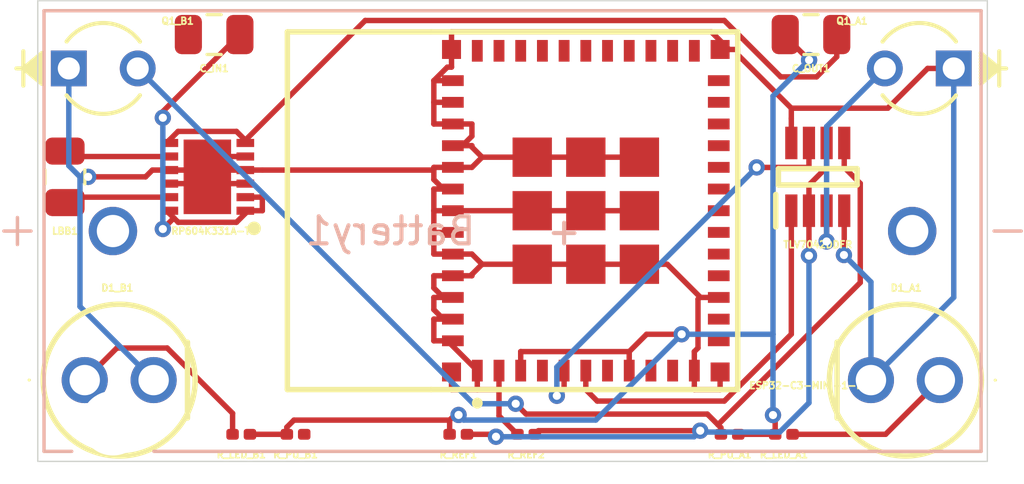
<source format=kicad_pcb>
(kicad_pcb (version 20240108) (generator "pcbnew") (generator_version "8.0")
  (layers (0 "F.Cu" signal) (31 "B.Cu" signal) (34 "B.Paste" user) (35 "F.Paste" user) (36 "B.SilkS" user "B.Silkscreen") (37 "F.SilkS" user "F.Silkscreen") (38 "B.Mask" user) (39 "F.Mask" user) (44 "Edge.Cuts" user))
  (net 0 "")
  (net 1 "Net-(Battery1-+)")
  (net 2 "Net-(Battery1--)")
  (net 3 "Net-(D1_A1-A)")
  (net 4 "Net-(D1_B1-A)")
  (net 5 "Net-(U1-AVIN)")
  (net 6 "Net-(U2-3V3)")
  (net 7 "Net-(U1-VFB)")
  (net 8 "Net-(U1-BULX)")
  (net 9 "Net-(U1-BOLX)")
  (net 10 "Net-(U3-INA+)")
  (net 11 "Net-(U3-INB+)")
  (net 12 "Net-(U3-INA-)")
  (net 32 "Net-(U2-IO3)")
  (net 34 "Net-(U2-IO2)")
  (footprint "Resistor_SMD:R_0201_0603Metric" (layer "F.Cu") (at 99.25 99)
    (property "Reference" "R_PU_B1" (at 0 0.75 0) (layer "F.SilkS") (effects (font (size 0.25 0.25) (thickness 0.0625))))
    (property "Value" "10k ohm" (hide yes))
    (pad "1" smd roundrect (at -0.32 0) (size 0.46 0.4) (layers "F.Cu" "F.Mask") (net 6 "Net-(U2-3V3)"))
    (pad "2" smd roundrect (at 0.32 0) (size 0.46 0.4) (layers "F.Cu" "F.Mask") (net 10 "Net-(U3-INA+)"))
  )
  (footprint "Resistor_SMD:R_0201_0603Metric" (layer "F.Cu") (at 115.25 99 180)
    (property "Reference" "R_PU_A1" (at 0 -0.75 0) (layer "F.SilkS") (effects (font (size 0.25 0.25) (thickness 0.0625))))
    (property "Value" "10k ohm" (hide yes))
    (pad "1" smd roundrect (at -0.32 0 180) (size 0.46 0.4) (layers "F.Cu" "F.Mask") (net 6 "Net-(U2-3V3)"))
    (pad "2" smd roundrect (at 0.32 0 180) (size 0.46 0.4) (layers "F.Cu" "F.Mask") (net 11 "Net-(U3-INB+)"))
  )
  (footprint "Capacitor_SMD:C_0805_2012Metric" (layer "F.Cu") (at 90.75 89.5 90)
    (property "Reference" "LBB1" (at -2 0 180) (layer "F.SilkS") (effects (font (size 0.25 0.25) (thickness 0.0625))))
    (property "Value" "2.2 uH" (hide yes))
    (fp_line (start -0.261252 -0.735) (end 0.261252 -0.735) (stroke (width 0.12)) (layer "F.SilkS"))
    (fp_line (start -0.261252 0.735) (end 0.261252 0.735) (stroke (width 0.12)) (layer "F.SilkS"))
    (pad "1" smd roundrect (at -0.95 0 90) (size 1 1.45) (layers "F.Cu" "F.Paste" "F.Mask") (net 8 "Net-(U1-BULX)"))
    (pad "2" smd roundrect (at 0.95 0 90) (size 1 1.45) (layers "F.Cu" "F.Paste" "F.Mask") (net 9 "Net-(U1-BOLX)"))
  )
  (footprint "TEPT4400:LED_TEPT4400_VIS" (layer "F.Cu") (at 123.512 85.5 180)
    (property "Reference" "Q1_A1" (at 3.75 1.75 0) (layer "F.SilkS") (effects (font (size 0.25 0.25) (thickness 0.0625))))
    (property "Value" "TEPT4400" (hide yes))
    (fp_line (start -0.99314 0) (end -1.9304 0) (stroke (width 0.1524)) (layer "F.SilkS"))
    (fp_line (start -1.6764 0) (end -0.99314 0.569383) (stroke (width 0.1524)) (layer "F.SilkS"))
    (fp_line (start -1.6764 0) (end -0.99314 0.455507) (stroke (width 0.1524)) (layer "F.SilkS"))
    (fp_line (start -1.6764 0) (end -0.99314 0.34163) (stroke (width 0.1524)) (layer "F.SilkS"))
    (fp_line (start -1.6764 0) (end -0.99314 0.227753) (stroke (width 0.1524)) (layer "F.SilkS"))
    (fp_line (start -1.6764 0) (end -0.99314 0.113877) (stroke (width 0.1524)) (layer "F.SilkS"))
    (fp_line (start -1.6764 0) (end -0.99314 -0.113877) (stroke (width 0.1524)) (layer "F.SilkS"))
    (fp_line (start -1.6764 0) (end -0.99314 -0.227753) (stroke (width 0.1524)) (layer "F.SilkS"))
    (fp_line (start -1.6764 0) (end -0.99314 -0.34163) (stroke (width 0.1524)) (layer "F.SilkS"))
    (fp_line (start -1.6764 0) (end -0.99314 -0.455507) (stroke (width 0.1524)) (layer "F.SilkS"))
    (fp_line (start -1.6764 0) (end -0.99314 -0.569383) (stroke (width 0.1524)) (layer "F.SilkS"))
    (fp_line (start -1.6764 -0.635) (end -1.6764 0.635) (stroke (width 0.1524)) (layer "F.SilkS"))
    (fp_arc (start 2.623106 0.989657) (mid 1.272159 1.676399) (end -0.080552 0.993139) (stroke (width 0.1524)) (layer "F.SilkS"))
    (fp_arc (start -0.080552 -0.99314) (mid 1.27216 -1.676399) (end 2.623106 -0.989657) (stroke (width 0.1524)) (layer "F.SilkS"))
    (pad "1" thru_hole rect (at 0 0 180) (size 1.3208 1.3208) (drill 0.8128) (layers "*.Cu" "*.Mask") (net 2 "Net-(Battery1--)"))
    (pad "2" thru_hole circle (at 2.54 0 180) (size 1.3208 1.3208) (drill 0.8128) (layers "*.Cu" "*.Mask") (net 10 "Net-(U3-INA+)"))
  )
  (footprint "Resistor_SMD:R_0201_0603Metric" (layer "F.Cu") (at 107.75 99)
    (property "Reference" "R_REF2" (at 0 0.75 0) (layer "F.SilkS") (effects (font (size 0.25 0.25) (thickness 0.0625))))
    (property "Value" "100k ohm" (hide yes))
    (pad "1" smd roundrect (at -0.32 0) (size 0.46 0.4) (layers "F.Cu" "F.Mask") (net 2 "Net-(Battery1--)"))
    (pad "2" smd roundrect (at 0.32 0) (size 0.46 0.4) (layers "F.Cu" "F.Mask") (net 12 "Net-(U3-INA-)"))
  )
  (footprint "ESP32-C3-MINI-1-N4:ESP32C3MINI1N4" (layer "F.Cu") (at 109.95 90.75 90)
    (property "Reference" "U2" (hide yes))
    (property "Value" "ESP32-C3-MINI-1-N4" (at -6.45 8.25 0) (layer "F.SilkS") (effects (font (size 0.25 0.25) (thickness 0.0625))))
    (fp_line (start 6.6 -11) (end 6.6 -5.7) (stroke (width 0.2)) (layer "F.SilkS"))
    (fp_line (start -6.6 -11) (end 6.6 -11) (stroke (width 0.2)) (layer "F.SilkS"))
    (fp_line (start -6.6 -5.7) (end -6.6 -11) (stroke (width 0.2)) (layer "F.SilkS"))
    (fp_line (start -6.6 -5.7) (end -6.6 5.6) (stroke (width 0.2)) (layer "F.SilkS"))
    (fp_line (start -7 -4) (end -7 -4) (stroke (width 0.2)) (layer "F.SilkS"))
    (fp_line (start -7.2 -4) (end -7.2 -4) (stroke (width 0.2)) (layer "F.SilkS"))
    (fp_line (start 6.6 5.6) (end 6.6 -5.7) (stroke (width 0.2)) (layer "F.SilkS"))
    (fp_line (start -6.6 5.6) (end 6.6 5.6) (stroke (width 0.2)) (layer "F.SilkS"))
    (fp_arc (start -7 -4) (mid -7.1 -3.9) (end -7.2 -4) (stroke (width 0.2)) (layer "F.SilkS"))
    (fp_arc (start -7.2 -4) (mid -7.1 -4.1) (end -7 -4) (stroke (width 0.2)) (layer "F.SilkS"))
    (pad "1" smd rect (at -5.9 -4 180) (size 0.4 0.8) (layers "F.Cu" "F.Paste" "F.Mask") (net 2 "Net-(Battery1--)"))
    (pad "2" smd rect (at -5.9 -3.2 180) (size 0.4 0.8) (layers "F.Cu" "F.Paste" "F.Mask") (net 2 "Net-(Battery1--)"))
    (pad "3" smd rect (at -5.9 -2.4 180) (size 0.4 0.8) (layers "F.Cu" "F.Paste" "F.Mask") (net 6 "Net-(U2-3V3)"))
    (pad "4" smd rect (at -5.9 -1.6 180) (size 0.4 0.8) (layers "F.Cu" "F.Paste" "F.Mask"))
    (pad "5" smd rect (at -5.9 -0.8 180) (size 0.4 0.8) (layers "F.Cu" "F.Paste" "F.Mask") (net 34 "Net-(U2-IO2)"))
    (pad "6" smd rect (at -5.9 0 180) (size 0.4 0.8) (layers "F.Cu" "F.Paste" "F.Mask") (net 32 "Net-(U2-IO3)"))
    (pad "7" smd rect (at -5.9 0.8 180) (size 0.4 0.8) (layers "F.Cu" "F.Paste" "F.Mask"))
    (pad "8" smd rect (at -5.9 1.6 180) (size 0.4 0.8) (layers "F.Cu" "F.Paste" "F.Mask") (net 6 "Net-(U2-3V3)"))
    (pad "9" smd rect (at -5.9 2.4 180) (size 0.4 0.8) (layers "F.Cu" "F.Paste" "F.Mask"))
    (pad "10" smd rect (at -5.9 3.2 180) (size 0.4 0.8) (layers "F.Cu" "F.Paste" "F.Mask"))
    (pad "11" smd rect (at -5.9 4 180) (size 0.4 0.8) (layers "F.Cu" "F.Paste" "F.Mask") (net 2 "Net-(Battery1--)"))
    (pad "12" smd rect (at -4.8 4.9 90) (size 0.4 0.8) (layers "F.Cu" "F.Paste" "F.Mask"))
    (pad "13" smd rect (at -4 4.9 90) (size 0.4 0.8) (layers "F.Cu" "F.Paste" "F.Mask"))
    (pad "14" smd rect (at -3.2 4.9 90) (size 0.4 0.8) (layers "F.Cu" "F.Paste" "F.Mask") (net 2 "Net-(Battery1--)"))
    (pad "15" smd rect (at -2.4 4.9 90) (size 0.4 0.8) (layers "F.Cu" "F.Paste" "F.Mask"))
    (pad "16" smd rect (at -1.6 4.9 90) (size 0.4 0.8) (layers "F.Cu" "F.Paste" "F.Mask"))
    (pad "17" smd rect (at -0.8 4.9 90) (size 0.4 0.8) (layers "F.Cu" "F.Paste" "F.Mask"))
    (pad "18" smd rect (at 0 4.9 90) (size 0.4 0.8) (layers "F.Cu" "F.Paste" "F.Mask"))
    (pad "19" smd rect (at 0.8 4.9 90) (size 0.4 0.8) (layers "F.Cu" "F.Paste" "F.Mask"))
    (pad "20" smd rect (at 1.6 4.9 90) (size 0.4 0.8) (layers "F.Cu" "F.Paste" "F.Mask"))
    (pad "21" smd rect (at 2.4 4.9 90) (size 0.4 0.8) (layers "F.Cu" "F.Paste" "F.Mask"))
    (pad "22" smd rect (at 3.2 4.9 90) (size 0.4 0.8) (layers "F.Cu" "F.Paste" "F.Mask"))
    (pad "23" smd rect (at 4 4.9 90) (size 0.4 0.8) (layers "F.Cu" "F.Paste" "F.Mask"))
    (pad "24" smd rect (at 4.8 4.9 90) (size 0.4 0.8) (layers "F.Cu" "F.Paste" "F.Mask"))
    (pad "25" smd rect (at 5.9 4 180) (size 0.4 0.8) (layers "F.Cu" "F.Paste" "F.Mask"))
    (pad "26" smd rect (at 5.9 3.2 180) (size 0.4 0.8) (layers "F.Cu" "F.Paste" "F.Mask"))
    (pad "27" smd rect (at 5.9 2.4 180) (size 0.4 0.8) (layers "F.Cu" "F.Paste" "F.Mask"))
    (pad "28" smd rect (at 5.9 1.6 180) (size 0.4 0.8) (layers "F.Cu" "F.Paste" "F.Mask"))
    (pad "29" smd rect (at 5.9 0.8 180) (size 0.4 0.8) (layers "F.Cu" "F.Paste" "F.Mask"))
    (pad "30" smd rect (at 5.9 0 180) (size 0.4 0.8) (layers "F.Cu" "F.Paste" "F.Mask"))
    (pad "31" smd rect (at 5.9 -0.8 180) (size 0.4 0.8) (layers "F.Cu" "F.Paste" "F.Mask"))
    (pad "32" smd rect (at 5.9 -1.6 180) (size 0.4 0.8) (layers "F.Cu" "F.Paste" "F.Mask"))
    (pad "33" smd rect (at 5.9 -2.4 180) (size 0.4 0.8) (layers "F.Cu" "F.Paste" "F.Mask"))
    (pad "34" smd rect (at 5.9 -3.2 180) (size 0.4 0.8) (layers "F.Cu" "F.Paste" "F.Mask"))
    (pad "35" smd rect (at 5.9 -4 180) (size 0.4 0.8) (layers "F.Cu" "F.Paste" "F.Mask"))
    (pad "36" smd rect (at 4.8 -4.9 90) (size 0.4 0.8) (layers "F.Cu" "F.Paste" "F.Mask") (net 2 "Net-(Battery1--)"))
    (pad "37" smd rect (at 4 -4.9 90) (size 0.4 0.8) (layers "F.Cu" "F.Paste" "F.Mask") (net 2 "Net-(Battery1--)"))
    (pad "38" smd rect (at 3.2 -4.9 90) (size 0.4 0.8) (layers "F.Cu" "F.Paste" "F.Mask") (net 2 "Net-(Battery1--)"))
    (pad "39" smd rect (at 2.4 -4.9 90) (size 0.4 0.8) (layers "F.Cu" "F.Paste" "F.Mask") (net 2 "Net-(Battery1--)"))
    (pad "40" smd rect (at 1.6 -4.9 90) (size 0.4 0.8) (layers "F.Cu" "F.Paste" "F.Mask") (net 2 "Net-(Battery1--)"))
    (pad "41" smd rect (at 0.8 -4.9 90) (size 0.4 0.8) (layers "F.Cu" "F.Paste" "F.Mask") (net 2 "Net-(Battery1--)"))
    (pad "42" smd rect (at 0 -4.9 90) (size 0.4 0.8) (layers "F.Cu" "F.Paste" "F.Mask") (net 2 "Net-(Battery1--)"))
    (pad "43" smd rect (at -0.8 -4.9 90) (size 0.4 0.8) (layers "F.Cu" "F.Paste" "F.Mask") (net 2 "Net-(Battery1--)"))
    (pad "44" smd rect (at -1.6 -4.9 90) (size 0.4 0.8) (layers "F.Cu" "F.Paste" "F.Mask") (net 2 "Net-(Battery1--)"))
    (pad "45" smd rect (at -2.4 -4.9 90) (size 0.4 0.8) (layers "F.Cu" "F.Paste" "F.Mask") (net 2 "Net-(Battery1--)"))
    (pad "46" smd rect (at -3.2 -4.9 90) (size 0.4 0.8) (layers "F.Cu" "F.Paste" "F.Mask") (net 2 "Net-(Battery1--)"))
    (pad "47" smd rect (at -4 -4.9 90) (size 0.4 0.8) (layers "F.Cu" "F.Paste" "F.Mask") (net 2 "Net-(Battery1--)"))
    (pad "48" smd rect (at -4.8 -4.9 90) (size 0.4 0.8) (layers "F.Cu" "F.Paste" "F.Mask") (net 2 "Net-(Battery1--)"))
    (pad "49" smd rect (at 0 0 90) (size 1.45 1.45) (layers "F.Cu" "F.Paste" "F.Mask") (net 2 "Net-(Battery1--)"))
    (pad "50" smd rect (at 1.975 -1.975 90) (size 1.45 1.45) (layers "F.Cu" "F.Paste" "F.Mask") (net 2 "Net-(Battery1--)"))
    (pad "51" smd rect (at 0 -1.975 90) (size 1.45 1.45) (layers "F.Cu" "F.Paste" "F.Mask") (net 2 "Net-(Battery1--)"))
    (pad "52" smd rect (at -1.975 -1.975 90) (size 1.45 1.45) (layers "F.Cu" "F.Paste" "F.Mask") (net 2 "Net-(Battery1--)"))
    (pad "53" smd rect (at -1.975 0 90) (size 1.45 1.45) (layers "F.Cu" "F.Paste" "F.Mask") (net 2 "Net-(Battery1--)"))
    (pad "54" smd rect (at -1.975 1.975 90) (size 1.45 1.45) (layers "F.Cu" "F.Paste" "F.Mask") (net 2 "Net-(Battery1--)"))
    (pad "55" smd rect (at 0 1.975 90) (size 1.45 1.45) (layers "F.Cu" "F.Paste" "F.Mask") (net 2 "Net-(Battery1--)"))
    (pad "56" smd rect (at 1.975 1.975 90) (size 1.45 1.45) (layers "F.Cu" "F.Paste" "F.Mask") (net 2 "Net-(Battery1--)"))
    (pad "57" smd rect (at 1.975 0 90) (size 1.45 1.45) (layers "F.Cu" "F.Paste" "F.Mask") (net 2 "Net-(Battery1--)"))
    (pad "58" smd rect (at -5.95 -4.95 90) (size 0.7 0.7) (layers "F.Cu" "F.Paste" "F.Mask") (net 2 "Net-(Battery1--)"))
    (pad "59" smd rect (at -5.95 4.95 90) (size 0.7 0.7) (layers "F.Cu" "F.Paste" "F.Mask") (net 2 "Net-(Battery1--)"))
    (pad "60" smd rect (at 5.95 4.95 90) (size 0.7 0.7) (layers "F.Cu" "F.Paste" "F.Mask") (net 2 "Net-(Battery1--)"))
    (pad "61" smd rect (at 5.95 -4.95 90) (size 0.7 0.7) (layers "F.Cu" "F.Paste" "F.Mask") (net 2 "Net-(Battery1--)"))
  )
  (footprint "RP604K331A-TR:SON50P270X300X60-13N" (layer "F.Cu") (at 96 89.5 180)
    (property "Reference" "U1" (hide yes))
    (property "Value" "RP604K331A-TR" (at -0.25 -2 0) (layer "F.SilkS") (effects (font (size 0.25 0.25) (thickness 0.0625))))
    (fp_circle (center -1.725 -1.9) (end -1.725 -1.775) (stroke (width 0.25)) (fill none) (layer "F.SilkS"))
    (pad "1" smd rect (at -1.4 -1.25 270) (size 0.3 0.65) (layers "F.Cu" "F.Paste" "F.Mask") (net 5 "Net-(U1-AVIN)"))
    (pad "2" smd rect (at -1.4 -0.75 270) (size 0.3 0.65) (layers "F.Cu" "F.Paste" "F.Mask") (net 5 "Net-(U1-AVIN)"))
    (pad "3" smd rect (at -1.4 -0.25 270) (size 0.3 0.65) (layers "F.Cu" "F.Paste" "F.Mask") (net 2 "Net-(Battery1--)"))
    (pad "4" smd rect (at -1.4 0.25 270) (size 0.3 0.65) (layers "F.Cu" "F.Paste" "F.Mask") (net 2 "Net-(Battery1--)"))
    (pad "5" smd rect (at -1.4 0.75 270) (size 0.3 0.65) (layers "F.Cu" "F.Paste" "F.Mask") (net 2 "Net-(Battery1--)"))
    (pad "6" smd rect (at -1.4 1.25 270) (size 0.3 0.65) (layers "F.Cu" "F.Paste" "F.Mask") (net 7 "Net-(U1-VFB)"))
    (pad "7" smd rect (at 1.4 1.25 270) (size 0.3 0.65) (layers "F.Cu" "F.Paste" "F.Mask") (net 7 "Net-(U1-VFB)"))
    (pad "8" smd rect (at 1.4 0.75 270) (size 0.3 0.65) (layers "F.Cu" "F.Paste" "F.Mask") (net 9 "Net-(U1-BOLX)"))
    (pad "9" smd rect (at 1.4 0.25 270) (size 0.3 0.65) (layers "F.Cu" "F.Paste" "F.Mask") (net 2 "Net-(Battery1--)"))
    (pad "10" smd rect (at 1.4 -0.25 270) (size 0.3 0.65) (layers "F.Cu" "F.Paste" "F.Mask") (net 2 "Net-(Battery1--)"))
    (pad "11" smd rect (at 1.4 -0.75 270) (size 0.3 0.65) (layers "F.Cu" "F.Paste" "F.Mask") (net 8 "Net-(U1-BULX)"))
    (pad "12" smd rect (at 1.4 -1.25 270) (size 0.3 0.65) (layers "F.Cu" "F.Paste" "F.Mask") (net 5 "Net-(U1-AVIN)"))
    (pad "13" smd rect (at 0 0 180) (size 1.75 2.75) (layers "F.Cu" "F.Paste" "F.Mask") (net 2 "Net-(Battery1--)"))
  )
  (footprint "TSAL6200:TSAL6200" (layer "F.Cu") (at 121.73 97 180)
    (property "Reference" "D1_A1" (at -0.03 3.4 0) (layer "F.SilkS") (effects (font (size 0.25 0.25) (thickness 0.0625))))
    (property "Value" "TSAL6200" (hide yes))
    (fp_line (start 2.8 0) (end 2.8 0) (stroke (width 0.2)) (layer "F.SilkS"))
    (fp_line (start 2.518 -1.4) (end 2.518 1.4) (stroke (width 0.2)) (layer "F.SilkS"))
    (fp_line (start -2.8 0) (end -2.8 0) (stroke (width 0.2)) (layer "F.SilkS"))
    (fp_line (start -3.285 -0.003) (end -3.285 -0.003) (stroke (width 0.058)) (layer "F.SilkS"))
    (fp_line (start -3.343 -0.003) (end -3.343 -0.003) (stroke (width 0.058)) (layer "F.SilkS"))
    (fp_arc (start 2.8 0) (mid 0 2.8) (end -2.8 0) (stroke (width 0.2)) (layer "F.SilkS"))
    (fp_arc (start -2.8 0) (mid 0 -2.8) (end 2.8 0) (stroke (width 0.2)) (layer "F.SilkS"))
    (fp_arc (start -3.285 -0.003) (mid -3.314 0.026) (end -3.343 -0.003) (stroke (width 0.058)) (layer "F.SilkS"))
    (fp_arc (start -3.343 -0.003) (mid -3.314 -0.032) (end -3.285 -0.003) (stroke (width 0.058)) (layer "F.SilkS"))
    (pad "1" thru_hole circle (at -1.27 0 180) (size 1.7 1.7) (drill 1.12) (layers "*.Cu" "*.Mask") (net 3 "Net-(D1_A1-A)"))
    (pad "2" thru_hole circle (at 1.27 0 180) (size 1.7 1.7) (drill 1.12) (layers "*.Cu" "*.Mask") (net 2 "Net-(Battery1--)"))
  )
  (footprint "Resistor_SMD:R_0201_0603Metric" (layer "F.Cu") (at 105.25 99 180)
    (property "Reference" "R_REF1" (at 0 -0.75 0) (layer "F.SilkS") (effects (font (size 0.25 0.25) (thickness 0.0625))))
    (property "Value" "100k ohm" (hide yes))
    (pad "1" smd roundrect (at -0.32 0 180) (size 0.46 0.4) (layers "F.Cu" "F.Mask") (net 12 "Net-(U3-INA-)"))
    (pad "2" smd roundrect (at 0.32 0 180) (size 0.46 0.4) (layers "F.Cu" "F.Mask") (net 6 "Net-(U2-3V3)"))
  )
  (footprint "Capacitor_SMD:C_0805_2012Metric" (layer "F.Cu") (at 118.25 84.25 180)
    (property "Reference" "C_OUT1" (at 0 -1.25 0) (layer "F.SilkS") (effects (font (size 0.25 0.25) (thickness 0.0625))))
    (property "Value" "10 uF" (hide yes))
    (fp_line (start -0.261252 0.735) (end 0.261252 0.735) (stroke (width 0.12)) (layer "F.SilkS"))
    (fp_line (start -0.261252 -0.735) (end 0.261252 -0.735) (stroke (width 0.12)) (layer "F.SilkS"))
    (pad "1" smd roundrect (at -0.95 0 180) (size 1 1.45) (layers "F.Cu" "F.Paste" "F.Mask") (net 7 "Net-(U1-VFB)"))
    (pad "2" smd roundrect (at 0.95 0 180) (size 1 1.45) (layers "F.Cu" "F.Paste" "F.Mask") (net 6 "Net-(U2-3V3)"))
  )
  (footprint "TSAL6200:TSAL6200" (layer "F.Cu") (at 92.75 97)
    (property "Reference" "D1_B1" (at -0.07 -3.4 0) (layer "F.SilkS") (effects (font (size 0.25 0.25) (thickness 0.0625))))
    (property "Value" "TSAL6200" (hide yes))
    (fp_line (start -3.343 -0.003) (end -3.343 -0.003) (stroke (width 0.058)) (layer "F.SilkS"))
    (fp_line (start -3.285 -0.003) (end -3.285 -0.003) (stroke (width 0.058)) (layer "F.SilkS"))
    (fp_line (start -2.8 0) (end -2.8 0) (stroke (width 0.2)) (layer "F.SilkS"))
    (fp_line (start 2.518 -1.4) (end 2.518 1.4) (stroke (width 0.2)) (layer "F.SilkS"))
    (fp_line (start 2.8 0) (end 2.8 0) (stroke (width 0.2)) (layer "F.SilkS"))
    (fp_arc (start -3.343 -0.003) (mid -3.314 -0.032) (end -3.285 -0.003) (stroke (width 0.058)) (layer "F.SilkS"))
    (fp_arc (start -3.285 -0.003) (mid -3.314 0.026) (end -3.343 -0.003) (stroke (width 0.058)) (layer "F.SilkS"))
    (fp_arc (start -2.8 0) (mid 0 -2.8) (end 2.8 0) (stroke (width 0.2)) (layer "F.SilkS"))
    (fp_arc (start 2.8 0) (mid 0 2.8) (end -2.8 0) (stroke (width 0.2)) (layer "F.SilkS"))
    (pad "1" thru_hole circle (at -1.27 0) (size 1.7 1.7) (drill 1.12) (layers "*.Cu" "*.Mask") (net 4 "Net-(D1_B1-A)"))
    (pad "2" thru_hole circle (at 1.27 0) (size 1.7 1.7) (drill 1.12) (layers "*.Cu" "*.Mask") (net 2 "Net-(Battery1--)"))
  )
  (footprint "TLV7042DDFR:SOT65P280X110-8N" (layer "F.Cu") (at 118.5 89.5 90)
    (property "Reference" "U3" (hide yes))
    (property "Value" "TLV7042DDFR" (at -2.5 0 180) (layer "F.SilkS") (effects (font (size 0.25 0.25) (thickness 0.0625))))
    (fp_line (start -1.85 -1.55) (end -0.65 -1.55) (stroke (width 0.2)) (layer "F.SilkS"))
    (fp_line (start 0.3 -1.45) (end 0.3 1.45) (stroke (width 0.2)) (layer "F.SilkS"))
    (fp_line (start -0.3 -1.45) (end 0.3 -1.45) (stroke (width 0.2)) (layer "F.SilkS"))
    (fp_line (start 0.3 1.45) (end -0.3 1.45) (stroke (width 0.2)) (layer "F.SilkS"))
    (fp_line (start -0.3 1.45) (end -0.3 -1.45) (stroke (width 0.2)) (layer "F.SilkS"))
    (pad "1" smd rect (at -1.25 -0.975 180) (size 0.45 1.2) (layers "F.Cu" "F.Paste" "F.Mask") (net 32 "Net-(U2-IO3)"))
    (pad "2" smd rect (at -1.25 -0.325 180) (size 0.45 1.2) (layers "F.Cu" "F.Paste" "F.Mask") (net 12 "Net-(U3-INA-)"))
    (pad "3" smd rect (at -1.25 0.325 180) (size 0.45 1.2) (layers "F.Cu" "F.Paste" "F.Mask") (net 10 "Net-(U3-INA+)"))
    (pad "4" smd rect (at -1.25 0.975 180) (size 0.45 1.2) (layers "F.Cu" "F.Paste" "F.Mask") (net 2 "Net-(Battery1--)"))
    (pad "5" smd rect (at 1.25 0.975 180) (size 0.45 1.2) (layers "F.Cu" "F.Paste" "F.Mask") (net 11 "Net-(U3-INB+)"))
    (pad "6" smd rect (at 1.25 0.325 180) (size 0.45 1.2) (layers "F.Cu" "F.Paste" "F.Mask") (net 12 "Net-(U3-INA-)"))
    (pad "7" smd rect (at 1.25 -0.325 180) (size 0.45 1.2) (layers "F.Cu" "F.Paste" "F.Mask") (net 34 "Net-(U2-IO2)"))
    (pad "8" smd rect (at 1.25 -0.975 180) (size 0.45 1.2) (layers "F.Cu" "F.Paste" "F.Mask") (net 2 "Net-(Battery1--)"))
  )
  (footprint "Resistor_SMD:R_0201_0603Metric" (layer "F.Cu") (at 97.25 99 180)
    (property "Reference" "R_LED_B1" (at 0 -0.75 0) (layer "F.SilkS") (effects (font (size 0.25 0.25) (thickness 0.0625))))
    (property "Value" "330 ohm" (hide yes))
    (pad "1" smd roundrect (at -0.32 0 180) (size 0.46 0.4) (layers "F.Cu" "F.Mask") (net 6 "Net-(U2-3V3)"))
    (pad "2" smd roundrect (at 0.32 0 180) (size 0.46 0.4) (layers "F.Cu" "F.Mask") (net 4 "Net-(D1_B1-A)"))
  )
  (footprint "Capacitor_SMD:C_0805_2012Metric" (layer "F.Cu") (at 96.25 84.25)
    (property "Reference" "C_IN1" (at 0 1.25 0) (layer "F.SilkS") (effects (font (size 0.25 0.25) (thickness 0.0625))))
    (property "Value" "10 uF" (hide yes))
    (fp_line (start -0.261252 -0.735) (end 0.261252 -0.735) (stroke (width 0.12)) (layer "F.SilkS"))
    (fp_line (start -0.261252 0.735) (end 0.261252 0.735) (stroke (width 0.12)) (layer "F.SilkS"))
    (pad "1" smd roundrect (at -0.95 0) (size 1 1.45) (layers "F.Cu" "F.Paste" "F.Mask") (net 1 "Net-(Battery1-+)"))
    (pad "2" smd roundrect (at 0.95 0) (size 1 1.45) (layers "F.Cu" "F.Paste" "F.Mask") (net 5 "Net-(U1-AVIN)"))
  )
  (footprint "TEPT4400:LED_TEPT4400_VIS" (layer "F.Cu") (at 90.893 85.5)
    (property "Reference" "Q1_B1" (at 4.012 -1.75 0) (layer "F.SilkS") (effects (font (size 0.25 0.25) (thickness 0.0625))))
    (property "Value" "TEPT4400" (hide yes))
    (fp_line (start -1.6764 -0.635) (end -1.6764 0.635) (stroke (width 0.1524)) (layer "F.SilkS"))
    (fp_line (start -1.6764 0) (end -0.99314 -0.569383) (stroke (width 0.1524)) (layer "F.SilkS"))
    (fp_line (start -1.6764 0) (end -0.99314 -0.455507) (stroke (width 0.1524)) (layer "F.SilkS"))
    (fp_line (start -1.6764 0) (end -0.99314 -0.34163) (stroke (width 0.1524)) (layer "F.SilkS"))
    (fp_line (start -1.6764 0) (end -0.99314 -0.227753) (stroke (width 0.1524)) (layer "F.SilkS"))
    (fp_line (start -1.6764 0) (end -0.99314 -0.113877) (stroke (width 0.1524)) (layer "F.SilkS"))
    (fp_line (start -1.6764 0) (end -0.99314 0.113877) (stroke (width 0.1524)) (layer "F.SilkS"))
    (fp_line (start -1.6764 0) (end -0.99314 0.227753) (stroke (width 0.1524)) (layer "F.SilkS"))
    (fp_line (start -1.6764 0) (end -0.99314 0.34163) (stroke (width 0.1524)) (layer "F.SilkS"))
    (fp_line (start -1.6764 0) (end -0.99314 0.455507) (stroke (width 0.1524)) (layer "F.SilkS"))
    (fp_line (start -1.6764 0) (end -0.99314 0.569383) (stroke (width 0.1524)) (layer "F.SilkS"))
    (fp_line (start -0.99314 0) (end -1.9304 0) (stroke (width 0.1524)) (layer "F.SilkS"))
    (fp_arc (start -0.080552 -0.99314) (mid 1.27216 -1.676399) (end 2.623106 -0.989657) (stroke (width 0.1524)) (layer "F.SilkS"))
    (fp_arc (start 2.623106 0.989657) (mid 1.272159 1.676399) (end -0.080552 0.993139) (stroke (width 0.1524)) (layer "F.SilkS"))
    (pad "1" thru_hole rect (at 0 0) (size 1.3208 1.3208) (drill 0.8128) (layers "*.Cu" "*.Mask") (net 2 "Net-(Battery1--)"))
    (pad "2" thru_hole circle (at 2.54 0) (size 1.3208 1.3208) (drill 0.8128) (layers "*.Cu" "*.Mask") (net 11 "Net-(U3-INB+)"))
  )
  (footprint "Resistor_SMD:R_0201_0603Metric" (layer "F.Cu") (at 117.25 99)
    (property "Reference" "R_LED_A1" (at 0 0.75 0) (layer "F.SilkS") (effects (font (size 0.25 0.25) (thickness 0.0625))))
    (property "Value" "330 ohm" (hide yes))
    (pad "1" smd roundrect (at -0.32 0) (size 0.46 0.4) (layers "F.Cu" "F.Mask") (net 6 "Net-(U2-3V3)"))
    (pad "2" smd roundrect (at 0.32 0) (size 0.46 0.4) (layers "F.Cu" "F.Mask") (net 3 "Net-(D1_A1-A)"))
  )
  (footprint "108:BAT_108" (layer "B.Cu") (at 107.25 91.5)
    (property "Reference" "Battery1" (at -4.5 0 180) (layer "B.SilkS") (effects (justify mirror)))
    (property "Value" "3.7 V nominal, 350 mAh" (hide yes))
    (fp_line (start -18.25 -0.5) (end -18.25 0.5) (stroke (width 0.127)) (layer "B.SilkS"))
    (fp_line (start -17.75 0) (end -18.75 0) (stroke (width 0.127)) (layer "B.SilkS"))
    (fp_line (start -17.27 -8.13) (end 17.27 -8.13) (stroke (width 0.127)) (layer "B.SilkS"))
    (fp_line (start -17.27 8.13) (end -17.27 -8.13) (stroke (width 0.127)) (layer "B.SilkS"))
    (fp_line (start -16.25 8.13) (end -17.27 8.13) (stroke (width 0.127)) (layer "B.SilkS"))
    (fp_line (start 17.27 -8.13) (end 17.27 8.13) (stroke (width 0.127)) (layer "B.SilkS"))
    (fp_line (start 17.27 8.13) (end -13.22 8.13) (stroke (width 0.127)) (layer "B.SilkS"))
    (fp_line (start 18.75 0) (end 17.75 0) (stroke (width 0.127)) (layer "B.SilkS"))
    (fp_text user "+" (at 1.9 0 0) (layer "B.SilkS") (effects (justify mirror)))
    (pad "" np_thru_hole circle (at -14.73 7.09) (size 2.38 2.38) (drill 2.38) (layers "*.Cu" "*.Mask"))
    (pad "N" thru_hole circle (at 14.73 0) (size 1.785 1.785) (drill 1.19) (layers "*.Cu" "*.Mask"))
    (pad "P" thru_hole circle (at -14.73 0) (size 1.785 1.785) (drill 1.19) (layers "*.Cu" "*.Mask"))
  )
  (gr_rect (start 89.75 83) (end 124.75 100) (stroke (width 0.05)) (fill none) (layer "Edge.Cuts"))
  (segment (start 104.3483 95.55) (end 104.3483 94.75) (width 0.2) (layer "F.Cu") (net 2))
  (segment (start 105.05 89.95) (end 104.6992 89.95) (width 0.2) (layer "F.Cu") (net 2))
  (segment (start 105.4009 88.35) (end 105.7517 88.35) (width 0.2) (layer "F.Cu") (net 2))
  (segment (start 114.9 96.7) (end 114.9 97.3517) (width 0.2) (layer "F.Cu") (net 2))
  (segment (start 105 85.4517) (end 104.8466 85.4517) (width 0.2) (layer "F.Cu") (net 2))
  (segment (start 105.05 89.15) (end 104.3483 89.15) (width 0.2) (layer "F.Cu") (net 2))
  (segment (start 105.05 92.35) (end 104.3483 92.35) (width 0.2) (layer "F.Cu") (net 2))
  (segment (start 104.6992 89.95) (end 104.3483 89.5991) (width 0.2) (layer "F.Cu") (net 2))
  (segment (start 107.975 92.725) (end 106.1267 92.725) (width 0.2) (layer "F.Cu") (net 2))
  (segment (start 106.1267 88.775) (end 105.7517 89.15) (width 0.2) (layer "F.Cu") (net 2))
  (segment (start 104.6992 93.95) (end 104.3483 93.5991) (width 0.2) (layer "F.Cu") (net 2))
  (segment (start 117.525 86.9668) (end 117.525 87.3483) (width 0.2) (layer "F.Cu") (net 2))
  (segment (start 97.4 89.75) (end 96.7733 89.75) (width 0.2) (layer "F.Cu") (net 2))
  (segment (start 117.525 87.7991) (end 117.525 88.25) (width 0.2) (layer "F.Cu") (net 2))
  (segment (start 111.925 92.725) (end 109.95 92.725) (width 0.2) (layer "F.Cu") (net 2))
  (segment (start 105.7517 93.1) (end 106.1267 92.725) (width 0.2) (layer "F.Cu") (net 2))
  (segment (start 96.5233 89.5) (end 96.7733 89.25) (width 0.2) (layer "F.Cu") (net 2))
  (segment (start 105.05 91.55) (end 104.3483 91.55) (width 0.2) (layer "F.Cu") (net 2))
  (segment (start 95.75 89.75) (end 96 89.5) (width 0.2) (layer "F.Cu") (net 2))
  (segment (start 111.925 88.775) (end 109.95 88.775) (width 0.2) (layer "F.Cu") (net 2))
  (segment (start 104.6992 95.55) (end 104.85 95.55) (width 0.2) (layer "F.Cu") (net 2))
  (segment (start 105.95 96.65) (end 105.95 97.3517) (width 0.2) (layer "F.Cu") (net 2))
  (segment (start 105.05 93.95) (end 104.6992 93.95) (width 0.2) (layer "F.Cu") (net 2))
  (segment (start 104.3483 86.75) (end 104.3483 85.95) (width 0.2) (layer "F.Cu") (net 2))
  (segment (start 105.05 93.15) (end 104.3483 93.15) (width 0.2) (layer "F.Cu") (net 2))
  (segment (start 105.95 97.3517) (end 106.75 97.3517) (width 0.2) (layer "F.Cu") (net 2))
  (segment (start 114.1483 93.95) (end 114.1483 93.9216) (width 0.2) (layer "F.Cu") (net 2))
  (segment (start 96.2617 89.5) (end 96.5233 89.5) (width 0.2) (layer "F.Cu") (net 2))
  (segment (start 105.7517 87.9992) (end 105.7517 87.55) (width 0.2) (layer "F.Cu") (net 2))
  (segment (start 105.7517 88.4) (end 105.7517 88.35) (width 0.2) (layer "F.Cu") (net 2))
  (segment (start 94.6 89.75) (end 95.75 89.75) (width 0.2) (layer "F.Cu") (net 2))
  (segment (start 117.525 87.7991) (end 117.525 87.3483) (width 0.2) (layer "F.Cu") (net 2))
  (segment (start 97.3797 89.25) (end 97.3593 89.25) (width 0.2) (layer "F.Cu") (net 2))
  (segment (start 106.75 97.3517) (end 106.75 98.32) (width 0.2) (layer "F.Cu") (net 2))
  (segment (start 104.85 95.55) (end 105.95 96.65) (width 0.2) (layer "F.Cu") (net 2))
  (segment (start 114.1483 93.9216) (end 112.9517 92.725) (width 0.2) (layer "F.Cu") (net 2))
  (segment (start 105.05 86.75) (end 104.3483 86.75) (width 0.2) (layer "F.Cu") (net 2))
  (segment (start 106.75 96.65) (end 106.75 97.3517) (width 0.2) (layer "F.Cu") (net 2))
  (segment (start 104.3483 93.5991) (end 104.3483 93.15) (width 0.2) (layer "F.Cu") (net 2))
  (segment (start 104.3483 91.55) (end 104.3483 90.75) (width 0.2) (layer "F.Cu") (net 2))
  (segment (start 94.6 89.25) (end 93.9733 89.25) (width 0.2) (layer "F.Cu") (net 2))
  (segment (start 98.0267 89.25) (end 104.3483 89.25) (width 0.2) (layer "F.Cu") (net 2))
  (segment (start 93.9733 89.25) (end 93.7233 89.5) (width 0.2) (layer "F.Cu") (net 2))
  (segment (start 105 84.8) (end 105 85.4517) (width 0.2) (layer "F.Cu") (net 2))
  (segment (start 105.05 87.55) (end 104.3483 87.55) (width 0.2) (layer "F.Cu") (net 2))
  (segment (start 107.975 88.775) (end 106.1267 88.775) (width 0.2) (layer "F.Cu") (net 2))
  (segment (start 104.3483 94.3991) (end 104.3483 93.95) (width 0.2) (layer "F.Cu") (net 2))
  (segment (start 113.95 97.3502) (end 113.95 97.3517) (width 0.2) (layer "F.Cu") (net 2))
  (segment (start 114.2492 93.95) (end 114.1498 93.95) (width 0.2) (layer "F.Cu") (net 2))
  (segment (start 114.1498 93.95) (end 114.1483 93.95) (width 0.2) (layer "F.Cu") (net 2))
  (segment (start 105.05 88.35) (end 105.4009 88.35) (width 0.2) (layer "F.Cu") (net 2))
  (segment (start 114.5742 84.1483) (end 105 84.1483) (width 0.2) (layer "F.Cu") (net 2))
  (segment (start 104.6992 95.55) (end 104.3483 95.55) (width 0.2) (layer "F.Cu") (net 2))
  (segment (start 114.9 84.8) (end 115.2259 84.8) (width 0.2) (layer "F.Cu") (net 2))
  (segment (start 115.5517 84.9935) (end 115.5517 84.8) (width 0.2) (layer "F.Cu") (net 2))
  (segment (start 105.05 85.95) (end 104.3483 85.95) (width 0.2) (layer "F.Cu") (net 2))
  (segment (start 96.7733 88.75) (end 96.7733 89.0313) (width 0.2) (layer "F.Cu") (net 2))
  (segment (start 106.1267 92.725) (end 105.7517 92.35) (width 0.2) (layer "F.Cu") (net 2))
  (segment (start 104.3483 92.35) (end 104.3483 91.55) (width 0.2) (layer "F.Cu") (net 2))
  (segment (start 104.3483 90.75) (end 104.3483 89.95) (width 0.2) (layer "F.Cu") (net 2))
  (segment (start 104.3483 89.5991) (end 104.3483 89.25) (width 0.2) (layer "F.Cu") (net 2))
  (segment (start 114.9 97.3517) (end 113.95 97.3517) (width 0.2) (layer "F.Cu") (net 2))
  (segment (start 97.4 89.25) (end 98.0267 89.25) (width 0.2) (layer "F.Cu") (net 2))
  (segment (start 122.5499 85.5) (end 121.0831 86.9668) (width 0.2) (layer "F.Cu") (net 2))
  (segment (start 115.2259 84.8) (end 114.5742 84.1483) (width 0.2) (layer "F.Cu") (net 2))
  (segment (start 104.6992 94.75) (end 104.3483 94.75) (width 0.2) (layer "F.Cu") (net 2))
  (segment (start 106.75 98.32) (end 107.43 99) (width 0.2) (layer "F.Cu") (net 2))
  (segment (start 96 89.5) (end 96.2617 89.5) (width 0.2) (layer "F.Cu") (net 2))
  (segment (start 105.05 89.15) (end 105.7517 89.15) (width 0.2) (layer "F.Cu") (net 2))
  (segment (start 109.95 92.725) (end 107.975 92.725) (width 0.2) (layer "F.Cu") (net 2))
  (segment (start 105.7517 93.15) (end 105.7517 93.1) (width 0.2) (layer "F.Cu") (net 2))
  (segment (start 109.95 90.75) (end 107.975 90.75) (width 0.2) (layer "F.Cu") (net 2))
  (segment (start 105.05 93.15) (end 105.7517 93.15) (width 0.2) (layer "F.Cu") (net 2))
  (segment (start 117.525 86.9668) (end 115.5517 84.9935) (width 0.2) (layer "F.Cu") (net 2))
  (segment (start 123.512 85.5) (end 122.5499 85.5) (width 0.2) (layer "F.Cu") (net 2))
  (segment (start 121.0831 86.9668) (end 117.525 86.9668) (width 0.2) (layer "F.Cu") (net 2))
  (segment (start 105.05 95.55) (end 104.85 95.55) (width 0.2) (layer "F.Cu") (net 2))
  (segment (start 107.975 90.75) (end 105.05 90.75) (width 0.2) (layer "F.Cu") (net 2))
  (segment (start 93.7233 89.5) (end 91.6062 89.5) (width 0.2) (layer "F.Cu") (net 2))
  (segment (start 104.6992 93.95) (end 104.3483 93.95) (width 0.2) (layer "F.Cu") (net 2))
  (segment (start 114.85 93.95) (end 114.2492 93.95) (width 0.2) (layer "F.Cu") (net 2))
  (segment (start 119.475 92.374) (end 119.4643 92.3847) (width 0.2) (layer "F.Cu") (net 2))
  (segment (start 95.75 89.25) (end 96 89.5) (width 0.2) (layer "F.Cu") (net 2))
  (segment (start 96.992 89.25) (end 96.7733 89.25) (width 0.2) (layer "F.Cu") (net 2))
  (segment (start 106.1267 88.775) (end 105.7517 88.4) (width 0.2) (layer "F.Cu") (net 2))
  (segment (start 105.05 94.75) (end 104.6992 94.75) (width 0.2) (layer "F.Cu") (net 2))
  (segment (start 113.95 97.2508) (end 113.95 97.3502) (width 0.2) (layer "F.Cu") (net 2))
  (segment (start 105.05 87.55) (end 105.7517 87.55) (width 0.2) (layer "F.Cu") (net 2))
  (segment (start 97.4 88.75) (end 96.7733 88.75) (width 0.2) (layer "F.Cu") (net 2))
  (segment (start 96.7733 89.0313) (end 96.992 89.25) (width 0.2) (layer "F.Cu") (net 2))
  (segment (start 96.5233 89.5) (end 96.7733 89.75) (width 0.2) (layer "F.Cu") (net 2))
  (segment (start 105 96.7) (end 105 97.3517) (width 0.2) (layer "F.Cu") (net 2))
  (segment (start 115.2259 84.8) (end 115.5517 84.8) (width 0.2) (layer "F.Cu") (net 2))
  (segment (start 114.0853 95.813) (end 114.0853 94.0145) (width 0.2) (layer "F.Cu") (net 2))
  (segment (start 105 84.8) (end 105 84.1483) (width 0.2) (layer "F.Cu") (net 2))
  (segment (start 104.6992 94.75) (end 104.3483 94.3991) (width 0.2) (layer "F.Cu") (net 2))
  (segment (start 105.05 90.75) (end 104.3483 90.75) (width 0.2) (layer "F.Cu") (net 2))
  (segment (start 113.95 96.65) (end 113.95 95.9483) (width 0.2) (layer "F.Cu") (net 2))
  (segment (start 113.95 95.9483) (end 114.0853 95.813) (width 0.2) (layer "F.Cu") (net 2))
  (segment (start 105 97.3517) (end 105.95 97.3517) (width 0.2) (layer "F.Cu") (net 2))
  (segment (start 104.3483 89.25) (end 104.3483 89.15) (width 0.2) (layer "F.Cu") (net 2))
  (segment (start 111.925 90.75) (end 109.95 90.75) (width 0.2) (layer "F.Cu") (net 2))
  (segment (start 97.3797 89.25) (end 97.4 89.25) (width 0.2) (layer "F.Cu") (net 2))
  (segment (start 96.992 89.25) (end 97.3593 89.25) (width 0.2) (layer "F.Cu") (net 2))
  (segment (start 104.8466 85.4517) (end 104.3483 85.95) (width 0.2) (layer "F.Cu") (net 2))
  (segment (start 96.2617 89.5) (end 96.5233 89.5) (width 0.2) (layer "F.Cu") (net 2))
  (segment (start 114.0853 94.0145) (end 114.1498 93.95) (width 0.2) (layer "F.Cu") (net 2))
  (segment (start 105.4009 88.35) (end 105.7517 87.9992) (width 0.2) (layer "F.Cu") (net 2))
  (segment (start 105.05 92.35) (end 105.7517 92.35) (width 0.2) (layer "F.Cu") (net 2))
  (segment (start 109.95 88.775) (end 107.975 88.775) (width 0.2) (layer "F.Cu") (net 2))
  (segment (start 104.3483 87.55) (end 104.3483 86.75) (width 0.2) (layer "F.Cu") (net 2))
  (segment (start 104.6992 89.95) (end 104.3483 89.95) (width 0.2) (layer "F.Cu") (net 2))
  (segment (start 111.925 92.725) (end 112.9517 92.725) (width 0.2) (layer "F.Cu") (net 2))
  (segment (start 113.95 96.65) (end 113.95 97.2508) (width 0.2) (layer "F.Cu") (net 2))
  (segment (start 94.6 89.25) (end 95.75 89.25) (width 0.2) (layer "F.Cu") (net 2))
  (segment (start 119.475 90.75) (end 119.475 92.374) (width 0.2) (layer "F.Cu") (net 2))
  (via (at 91.6062 89.5) (size 0.6) (drill 0.3) (layers "F.Cu" "B.Cu") (net 2))
  (via (at 119.4643 92.3847) (size 0.6) (drill 0.3) (layers "F.Cu" "B.Cu") (net 2))
  (segment (start 91.3055 89.5) (end 91.6062 89.5) (width 0.2) (layer "B.Cu") (net 2))
  (segment (start 91.3055 89.5) (end 91.3055 94.2855) (width 0.2) (layer "B.Cu") (net 2))
  (segment (start 123.512 93.948) (end 123.512 85.5) (width 0.2) (layer "B.Cu") (net 2))
  (segment (start 91.3055 94.2855) (end 94.02 97) (width 0.2) (layer "B.Cu") (net 2))
  (segment (start 120.46 97) (end 123.512 93.948) (width 0.2) (layer "B.Cu") (net 2))
  (segment (start 120.46 97) (end 120.46 93.3804) (width 0.2) (layer "B.Cu") (net 2))
  (segment (start 90.893 85.5) (end 90.893 89.0875) (width 0.2) (layer "B.Cu") (net 2))
  (segment (start 90.893 89.0875) (end 91.3055 89.5) (width 0.2) (layer "B.Cu") (net 2))
  (segment (start 120.46 93.3804) (end 119.4643 92.3847) (width 0.2) (layer "B.Cu") (net 2))
  (segment (start 121 99) (end 117.57 99) (width 0.2) (layer "F.Cu") (net 3))
  (segment (start 123 97) (end 121 99) (width 0.2) (layer "F.Cu") (net 3))
  (segment (start 92.6632 95.8168) (end 94.5214 95.8168) (width 0.2) (layer "F.Cu") (net 4))
  (segment (start 91.48 97) (end 92.6632 95.8168) (width 0.2) (layer "F.Cu") (net 4))
  (segment (start 96.93 98.2254) (end 96.93 99) (width 0.2) (layer "F.Cu") (net 4))
  (segment (start 94.5214 95.8168) (end 96.93 98.2254) (width 0.2) (layer "F.Cu") (net 4))
  (segment (start 97.4 90.8502) (end 97.4 90.75) (width 0.2) (layer "F.Cu") (net 5))
  (segment (start 94.7662 91.0178) (end 94.925 91.1767) (width 0.2) (layer "F.Cu") (net 5))
  (segment (start 97.9259 90.25) (end 98.0252 90.25) (width 0.2) (layer "F.Cu") (net 5))
  (segment (start 94.3594 87.0906) (end 94.3594 87.3198) (width 0.2) (layer "F.Cu") (net 5))
  (segment (start 98.0267 90.25) (end 98.0267 90.75) (width 0.2) (layer "F.Cu") (net 5))
  (segment (start 97.4 90.75) (end 98.0267 90.75) (width 0.2) (layer "F.Cu") (net 5))
  (segment (start 94.6 90.8517) (end 94.7662 91.0178) (width 0.2) (layer "F.Cu") (net 5))
  (segment (start 94.6 90.75) (end 94.6 90.8517) (width 0.2) (layer "F.Cu") (net 5))
  (segment (start 97.4 90.25) (end 97.9259 90.25) (width 0.2) (layer "F.Cu") (net 5))
  (segment (start 98.0252 90.25) (end 98.0267 90.25) (width 0.2) (layer "F.Cu") (net 5))
  (segment (start 94.925 91.1767) (end 97.0735 91.1767) (width 0.2) (layer "F.Cu") (net 5))
  (segment (start 97.0735 91.1767) (end 97.4 90.8502) (width 0.2) (layer "F.Cu") (net 5))
  (segment (start 97.2 84.25) (end 94.3594 87.0906) (width 0.2) (layer "F.Cu") (net 5))
  (segment (start 94.7662 91.0178) (end 94.3594 91.4246) (width 0.2) (layer "F.Cu") (net 5))
  (via (at 94.3594 87.3198) (size 0.6) (drill 0.3) (layers "F.Cu" "B.Cu") (net 5))
  (via (at 94.3594 91.4246) (size 0.6) (drill 0.3) (layers "F.Cu" "B.Cu") (net 5))
  (segment (start 94.3594 87.3198) (end 94.3594 91.4246) (width 0.2) (layer "B.Cu") (net 5))
  (segment (start 104.93 98.4764) (end 99.1917 98.4764) (width 0.2) (layer "F.Cu") (net 6))
  (segment (start 116.93 98.3702) (end 116.8495 98.2897) (width 0.2) (layer "F.Cu") (net 6))
  (segment (start 111.55 95.9483) (end 107.55 95.9483) (width 0.2) (layer "F.Cu") (net 6))
  (segment (start 107.55 96.2991) (end 107.55 95.9483) (width 0.2) (layer "F.Cu") (net 6))
  (segment (start 107.55 96.2991) (end 107.55 96.65) (width 0.2) (layer "F.Cu") (net 6))
  (segment (start 116.93 99) (end 116.93 98.3702) (width 0.2) (layer "F.Cu") (net 6))
  (segment (start 115.57 99) (end 116.93 99) (width 0.2) (layer "F.Cu") (net 6))
  (segment (start 117.3 84.3107) (end 118.1796 85.1903) (width 0.2) (layer "F.Cu") (net 6))
  (segment (start 104.93 98.4764) (end 104.93 99) (width 0.2) (layer "F.Cu") (net 6))
  (segment (start 112.19 95.3083) (end 111.55 95.9483) (width 0.2) (layer "F.Cu") (net 6))
  (segment (start 111.55 96.65) (end 111.55 95.9483) (width 0.2) (layer "F.Cu") (net 6))
  (segment (start 105.1204 98.286) (end 105.2599 98.286) (width 0.2) (layer "F.Cu") (net 6))
  (segment (start 104.93 98.4764) (end 105.1204 98.286) (width 0.2) (layer "F.Cu") (net 6))
  (segment (start 98.93 98.7381) (end 98.93 99) (width 0.2) (layer "F.Cu") (net 6))
  (segment (start 97.57 99) (end 98.93 99) (width 0.2) (layer "F.Cu") (net 6))
  (segment (start 99.1917 98.4764) (end 98.93 98.7381) (width 0.2) (layer "F.Cu") (net 6))
  (segment (start 117.3 84.25) (end 117.3 84.3107) (width 0.2) (layer "F.Cu") (net 6))
  (segment (start 113.4836 95.3083) (end 112.19 95.3083) (width 0.2) (layer "F.Cu") (net 6))
  (via (at 118.1796 85.1903) (size 0.6) (drill 0.3) (layers "F.Cu" "B.Cu") (net 6))
  (via (at 113.4836 95.3083) (size 0.6) (drill 0.3) (layers "F.Cu" "B.Cu") (net 6))
  (via (at 116.8495 98.2897) (size 0.6) (drill 0.3) (layers "F.Cu" "B.Cu") (net 6))
  (via (at 105.2599 98.286) (size 0.6) (drill 0.3) (layers "F.Cu" "B.Cu") (net 6))
  (segment (start 113.4836 95.3083) (end 110.3179 98.474) (width 0.2) (layer "B.Cu") (net 6))
  (segment (start 116.8495 95.3083) (end 116.8495 86.5204) (width 0.2) (layer "B.Cu") (net 6))
  (segment (start 116.8495 98.2897) (end 116.8495 95.3083) (width 0.2) (layer "B.Cu") (net 6))
  (segment (start 116.8495 95.3083) (end 113.4836 95.3083) (width 0.2) (layer "B.Cu") (net 6))
  (segment (start 116.8495 86.5204) (end 118.1796 85.1903) (width 0.2) (layer "B.Cu") (net 6))
  (segment (start 105.4479 98.474) (end 105.2599 98.286) (width 0.2) (layer "B.Cu") (net 6))
  (segment (start 110.3179 98.474) (end 105.4479 98.474) (width 0.2) (layer "B.Cu") (net 6))
  (segment (start 97.0735 87.8233) (end 97.4 88.1498) (width 0.2) (layer "F.Cu") (net 7))
  (segment (start 97.4 88.1498) (end 97.4 88.25) (width 0.2) (layer "F.Cu") (net 7))
  (segment (start 119.2 84.25) (end 119.2 85.0682) (width 0.2) (layer "F.Cu") (net 7))
  (segment (start 94.6 88.1437) (end 94.9204 87.8233) (width 0.2) (layer "F.Cu") (net 7))
  (segment (start 115.0546 83.7311) (end 101.8187 83.7311) (width 0.2) (layer "F.Cu") (net 7))
  (segment (start 94.6 88.25) (end 94.6 88.1437) (width 0.2) (layer "F.Cu") (net 7))
  (segment (start 118.4569 85.8113) (end 117.1348 85.8113) (width 0.2) (layer "F.Cu") (net 7))
  (segment (start 119.2 85.0682) (end 118.4569 85.8113) (width 0.2) (layer "F.Cu") (net 7))
  (segment (start 94.9204 87.8233) (end 97.0735 87.8233) (width 0.2) (layer "F.Cu") (net 7))
  (segment (start 117.1348 85.8113) (end 115.0546 83.7311) (width 0.2) (layer "F.Cu") (net 7))
  (segment (start 101.8187 83.7311) (end 97.4 88.1498) (width 0.2) (layer "F.Cu") (net 7))
  (segment (start 94.6 90.25) (end 90.95 90.25) (width 0.2) (layer "F.Cu") (net 8))
  (segment (start 90.95 90.25) (end 90.75 90.45) (width 0.2) (layer "F.Cu") (net 8))
  (segment (start 90.95 88.75) (end 90.75 88.55) (width 0.2) (layer "F.Cu") (net 9))
  (segment (start 94.6 88.75) (end 90.95 88.75) (width 0.2) (layer "F.Cu") (net 9))
  (segment (start 118.825 90.75) (end 118.825 91.8853) (width 0.2) (layer "F.Cu") (net 10))
  (segment (start 118.825 91.8853) (end 118.8251 91.8853) (width 0.2) (layer "F.Cu") (net 10))
  (via (at 118.8251 91.8853) (size 0.6) (drill 0.3) (layers "F.Cu" "B.Cu") (net 10))
  (segment (start 118.8251 87.6469) (end 118.8251 91.8853) (width 0.2) (layer "B.Cu") (net 10))
  (segment (start 120.972 85.5) (end 118.8251 87.6469) (width 0.2) (layer "B.Cu") (net 10))
  (segment (start 120.066 93.4008) (end 120.066 89.7427) (width 0.2) (layer "F.Cu") (net 11))
  (segment (start 119.475 88.25) (end 119.475 89.1517) (width 0.2) (layer "F.Cu") (net 11))
  (segment (start 114.4307 98.2543) (end 107.7476 98.2543) (width 0.2) (layer "F.Cu") (net 11))
  (segment (start 120.066 89.7427) (end 119.475 89.1517) (width 0.2) (layer "F.Cu") (net 11))
  (segment (start 114.93 98.7536) (end 114.93 99) (width 0.2) (layer "F.Cu") (net 11))
  (segment (start 107.7476 98.2543) (end 107.3655 97.8722) (width 0.2) (layer "F.Cu") (net 11))
  (segment (start 114.8216 98.6452) (end 114.93 98.7536) (width 0.2) (layer "F.Cu") (net 11))
  (segment (start 114.8216 98.6452) (end 120.066 93.4008) (width 0.2) (layer "F.Cu") (net 11))
  (segment (start 114.8216 98.6452) (end 114.4307 98.2543) (width 0.2) (layer "F.Cu") (net 11))
  (via (at 107.3655 97.8722) (size 0.6) (drill 0.3) (layers "F.Cu" "B.Cu") (net 11))
  (segment (start 105.8052 97.8722) (end 93.433 85.5) (width 0.2) (layer "B.Cu") (net 11))
  (segment (start 107.3655 97.8722) (end 105.8052 97.8722) (width 0.2) (layer "B.Cu") (net 11))
  (segment (start 108.2041 98.8659) (end 114.1665 98.8659) (width 0.2) (layer "F.Cu") (net 12))
  (segment (start 108.07 99) (end 108.2041 98.8659) (width 0.2) (layer "F.Cu") (net 12))
  (segment (start 118.825 88.25) (end 118.825 89.1517) (width 0.2) (layer "F.Cu") (net 12))
  (segment (start 118.175 89.8017) (end 118.175 90.75) (width 0.2) (layer "F.Cu") (net 12))
  (segment (start 106.55 99) (end 106.6395 99.0895) (width 0.2) (layer "F.Cu") (net 12))
  (segment (start 105.57 99) (end 106.55 99) (width 0.2) (layer "F.Cu") (net 12))
  (segment (start 118.175 90.75) (end 118.175 92.4076) (width 0.2) (layer "F.Cu") (net 12))
  (segment (start 118.825 89.1517) (end 118.175 89.8017) (width 0.2) (layer "F.Cu") (net 12))
  (via (at 118.175 92.4076) (size 0.6) (drill 0.3) (layers "F.Cu" "B.Cu") (net 12))
  (via (at 114.1665 98.8659) (size 0.6) (drill 0.3) (layers "F.Cu" "B.Cu") (net 12))
  (via (at 106.6395 99.0895) (size 0.6) (drill 0.3) (layers "F.Cu" "B.Cu") (net 12))
  (segment (start 117.0965 98.9174) (end 118.175 97.8389) (width 0.2) (layer "B.Cu") (net 12))
  (segment (start 114.218 98.9174) (end 117.0965 98.9174) (width 0.2) (layer "B.Cu") (net 12))
  (segment (start 113.9429 99.0895) (end 106.6395 99.0895) (width 0.2) (layer "B.Cu") (net 12))
  (segment (start 114.1665 98.8659) (end 114.218 98.9174) (width 0.2) (layer "B.Cu") (net 12))
  (segment (start 118.175 97.8389) (end 118.175 92.4076) (width 0.2) (layer "B.Cu") (net 12))
  (segment (start 114.1665 98.8659) (end 113.9429 99.0895) (width 0.2) (layer "B.Cu") (net 12))
  (segment (start 109.95 96.65) (end 109.95 97.3517) (width 0.2) (layer "F.Cu") (net 32))
  (segment (start 117.525 90.75) (end 117.525 95.3041) (width 0.2) (layer "F.Cu") (net 32))
  (segment (start 115.0554 97.7737) (end 110.372 97.7737) (width 0.2) (layer "F.Cu") (net 32))
  (segment (start 110.372 97.7737) (end 109.95 97.3517) (width 0.2) (layer "F.Cu") (net 32))
  (segment (start 117.525 95.3041) (end 115.0554 97.7737) (width 0.2) (layer "F.Cu") (net 32))
  (segment (start 109.1087 97.3517) (end 109.15 97.3517) (width 0.2) (layer "F.Cu") (net 34))
  (segment (start 118.175 88.25) (end 118.175 89.1517) (width 0.2) (layer "F.Cu") (net 34))
  (segment (start 109.15 96.65) (end 109.15 97.3517) (width 0.2) (layer "F.Cu") (net 34))
  (segment (start 118.175 89.1517) (end 116.2472 89.1517) (width 0.2) (layer "F.Cu") (net 34))
  (segment (start 108.8818 97.5786) (end 109.1087 97.3517) (width 0.2) (layer "F.Cu") (net 34))
  (via (at 116.2472 89.1517) (size 0.6) (drill 0.3) (layers "F.Cu" "B.Cu") (net 34))
  (via (at 108.8818 97.5786) (size 0.6) (drill 0.3) (layers "F.Cu" "B.Cu") (net 34))
  (segment (start 108.8818 96.5171) (end 116.2472 89.1517) (width 0.2) (layer "B.Cu") (net 34))
  (segment (start 108.8818 97.5786) (end 108.8818 96.5171) (width 0.2) (layer "B.Cu") (net 34))
)
</source>
